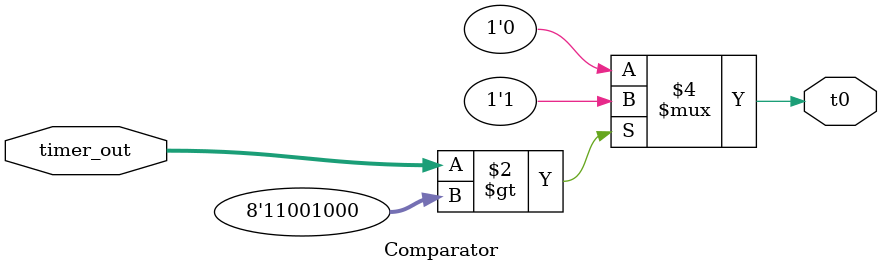
<source format=sv>
module Comparator(
						input [7:0] timer_out, // Salida del temporizador de 8 bits
                  output logic t0); // Salida del comparador

  // Comparador para verificar si el temporizador es mayor o igual a 200
  always @(timer_out) begin
    if (timer_out > 8'hC8) // 200 en hexadecimal es 8'hC8 en 8 bits
      t0 = 1'b1;    // Si es mayor o igual a 200, se establece en 1 -> va al estado 3
    else
      t0 = 1'b0;    // Si es menor a 200, se establece en 0 -> va al estado 0
  end

endmodule




</source>
